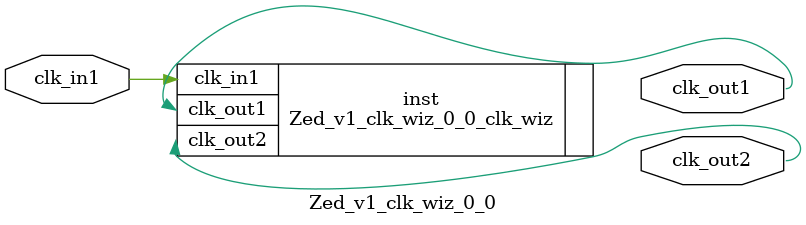
<source format=v>


`timescale 1ps/1ps

(* CORE_GENERATION_INFO = "Zed_v1_clk_wiz_0_0,clk_wiz_v6_0_11_0_0,{component_name=Zed_v1_clk_wiz_0_0,use_phase_alignment=true,use_min_o_jitter=false,use_max_i_jitter=false,use_dyn_phase_shift=false,use_inclk_switchover=false,use_dyn_reconfig=false,enable_axi=0,feedback_source=FDBK_AUTO,PRIMITIVE=MMCM,num_out_clk=2,clkin1_period=10.000,clkin2_period=10.000,use_power_down=false,use_reset=false,use_locked=false,use_inclk_stopped=false,feedback_type=SINGLE,CLOCK_MGR_TYPE=NA,manual_override=false}" *)

module Zed_v1_clk_wiz_0_0 
 (
  // Clock out ports
  output        clk_out1,
  output        clk_out2,
 // Clock in ports
  input         clk_in1
 );

  Zed_v1_clk_wiz_0_0_clk_wiz inst
  (
  // Clock out ports  
  .clk_out1(clk_out1),
  .clk_out2(clk_out2),
 // Clock in ports
  .clk_in1(clk_in1)
  );

endmodule

</source>
